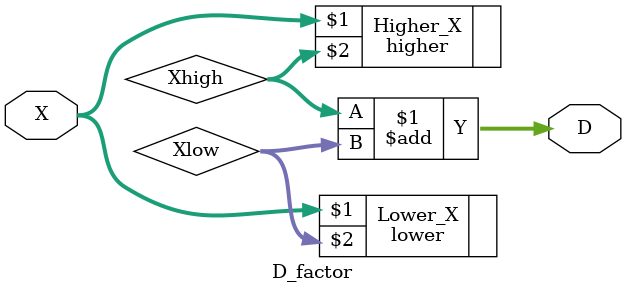
<source format=v>
module D_factor (X, D);
	input [7:0] X;
	output [4:0] D;
	
	wire [3:0] Xhigh;
	wire [3:0] Xlow;

	higher Higher_X (X, Xhigh);
	lower Lower_X (X, Xlow);

    assign D = Xhigh + Xlow;

endmodule

</source>
